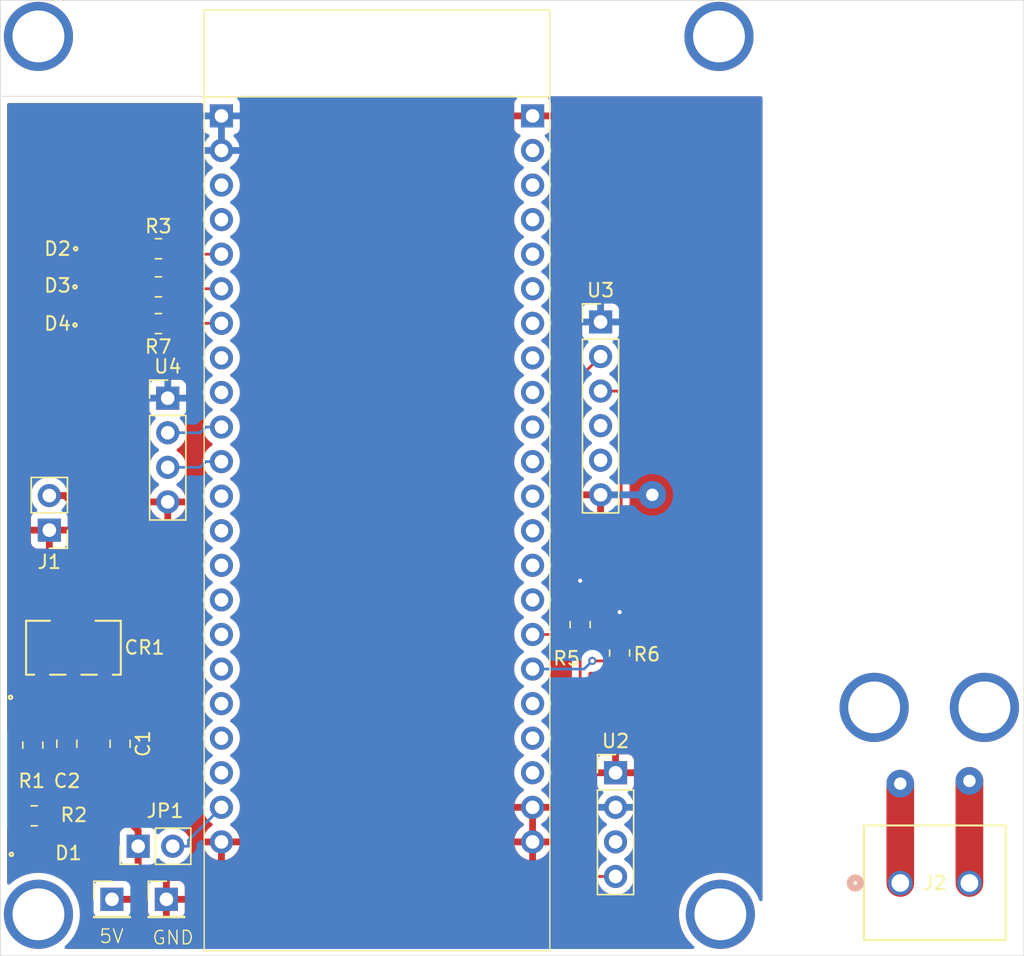
<source format=kicad_pcb>
(kicad_pcb (version 20240108) (generator "pcbnew") (generator_version "8.0")
  (layers (0 "F.Cu" signal) (31 "B.Cu" signal) (34 "B.Paste" user) (35 "F.Paste" user) (36 "B.SilkS" user "B.Silkscreen") (37 "F.SilkS" user "F.Silkscreen") (38 "B.Mask" user) (39 "F.Mask" user) (44 "Edge.Cuts" user))
  (net 0 "")
  (net 1 "GND")
  (net 2 "/Pwr")
  (net 3 "Net-(CR1-VOUT)")
  (net 4 "Net-(D1-A)")
  (net 5 "Net-(D2-A)")
  (net 6 "Net-(D3-A)")
  (net 7 "Net-(D4-A)")
  (net 8 "+5V")
  (net 9 "Net-(R3-Pad2)")
  (net 10 "Net-(R4-Pad2)")
  (net 11 "/ESP3V3")
  (net 12 "/SDA")
  (net 13 "/SCL")
  (net 14 "Net-(R7-Pad2)")
  (net 47 "/SDL")
  (net 48 "/TX")
  (net 49 "/RX")
  (net 50 "unconnected-(J2-Pin_2-Pad2)")
  (net 51 "unconnected-(J2-Pin_1-Pad1)")
  (footprint "Resistor_SMD:R_0805_2012Metric" (layer "F.Cu") (at 34.288 90.7668 180)
    (property "Reference" "R2" (at -2.912 0.0668 0) (layer "F.SilkS"))
    (property "Value" "5.1k(1%)" (hide yes))
    (fp_line (start -0.227064 0.735) (end 0.227064 0.735) (stroke (width 0.12)) (layer "F.SilkS"))
    (fp_line (start -0.227064 -0.735) (end 0.227064 -0.735) (stroke (width 0.12)) (layer "F.SilkS"))
    (pad "1" smd roundrect (at -0.9125 0 180) (size 1.025 1.4) (layers "F.Cu" "F.Paste" "F.Mask") (roundrect_rratio 0.243902) (net 4 "Net-(D1-A)"))
    (pad "2" smd roundrect (at 0.9125 0 180) (size 1.025 1.4) (layers "F.Cu" "F.Paste" "F.Mask") (roundrect_rratio 0.243902) (net 3 "Net-(CR1-VOUT)"))
  )
  (footprint "Connector_PinHeader_2.54mm:PinHeader_1x06_P2.54mm_Vertical" (layer "F.Cu") (at 75.9 54.48)
    (property "Reference" "U3" (at 0 -2.33 0) (layer "F.SilkS"))
    (property "Value" "~" (hide yes))
    (fp_line (start -1.33 -1.33) (end 0 -1.33) (stroke (width 0.12)) (layer "F.SilkS"))
    (fp_line (start -1.33 0) (end -1.33 -1.33) (stroke (width 0.12)) (layer "F.SilkS"))
    (fp_line (start -1.33 1.27) (end -1.33 14.03) (stroke (width 0.12)) (layer "F.SilkS"))
    (fp_line (start -1.33 1.27) (end 1.33 1.27) (stroke (width 0.12)) (layer "F.SilkS"))
    (fp_line (start -1.33 14.03) (end 1.33 14.03) (stroke (width 0.12)) (layer "F.SilkS"))
    (fp_line (start 1.33 1.27) (end 1.33 14.03) (stroke (width 0.12)) (layer "F.SilkS"))
    (pad "1" thru_hole rect (at 0 0) (size 1.7 1.7) (drill 1) (layers "*.Cu" "*.Mask") (net 11 "/ESP3V3"))
    (pad "2" thru_hole oval (at 0 2.54) (size 1.7 1.7) (drill 1) (layers "*.Cu" "*.Mask") (net 12 "/SDA"))
    (pad "3" thru_hole oval (at 0 5.08) (size 1.7 1.7) (drill 1) (layers "*.Cu" "*.Mask") (net 13 "/SCL"))
    (pad "4" thru_hole oval (at 0 7.62) (size 1.7 1.7) (drill 1) (layers "*.Cu" "*.Mask"))
    (pad "5" thru_hole oval (at 0 10.16) (size 1.7 1.7) (drill 1) (layers "*.Cu" "*.Mask"))
    (pad "6" thru_hole oval (at 0 12.7) (size 1.7 1.7) (drill 1) (layers "*.Cu" "*.Mask") (net 1 "GND"))
  )
  (footprint "mesFootprint:LED_LTST-C_LTO" (layer "F.Cu") (at 39 49.1)
    (property "Reference" "D2" (at -3 0 0) (layer "F.SilkS"))
    (property "Value" "LED" (hide yes))
    (fp_circle (center -1.6644 0) (end -1.5374 0) (stroke (width 0.1524)) (fill none) (layer "F.SilkS"))
    (pad "1" smd rect (at -0.750001 0) (size 0.8128 0.8128) (layers "F.Cu" "F.Paste" "F.Mask") (net 1 "GND"))
    (pad "2" smd rect (at 0.750001 0) (size 0.8128 0.8128) (layers "F.Cu" "F.Paste" "F.Mask") (net 5 "Net-(D2-A)"))
  )
  (footprint "Resistor_SMD:R_0805_2012Metric" (layer "F.Cu") (at 43.4125 49.1)
    (property "Reference" "R3" (at 0 -1.65 0) (layer "F.SilkS"))
    (property "Value" "5.1k(1%)" (hide yes))
    (fp_line (start -0.227064 -0.735) (end 0.227064 -0.735) (stroke (width 0.12)) (layer "F.SilkS"))
    (fp_line (start -0.227064 0.735) (end 0.227064 0.735) (stroke (width 0.12)) (layer "F.SilkS"))
    (pad "1" smd roundrect (at -0.9125 0) (size 1.025 1.4) (layers "F.Cu" "F.Paste" "F.Mask") (roundrect_rratio 0.243902) (net 5 "Net-(D2-A)"))
    (pad "2" smd roundrect (at 0.9125 0) (size 1.025 1.4) (layers "F.Cu" "F.Paste" "F.Mask") (roundrect_rratio 0.243902) (net 9 "Net-(R3-Pad2)"))
  )
  (footprint "Connector_PinHeader_2.54mm:PinHeader_1x01_P2.54mm_Vertical" (layer "F.Cu") (at 44 96.9)
    (property "Reference" "TP2" (hide yes))
    (property "Value" "TestPoint" (hide yes))
    (fp_line (start -1.33 -1.33) (end 0 -1.33) (stroke (width 0.12)) (layer "F.SilkS"))
    (fp_line (start -1.33 0) (end -1.33 -1.33) (stroke (width 0.12)) (layer "F.SilkS"))
    (fp_line (start -1.33 1.27) (end -1.33 1.33) (stroke (width 0.12)) (layer "F.SilkS"))
    (fp_line (start -1.33 1.27) (end 1.33 1.27) (stroke (width 0.12)) (layer "F.SilkS"))
    (fp_line (start -1.33 1.33) (end 1.33 1.33) (stroke (width 0.12)) (layer "F.SilkS"))
    (fp_line (start 1.33 1.27) (end 1.33 1.33) (stroke (width 0.12)) (layer "F.SilkS"))
    (pad "1" thru_hole rect (at 0 0) (size 1.7 1.7) (drill 1) (layers "*.Cu" "*.Mask") (net 1 "GND"))
  )
  (footprint "mesFootprint:LED_LTST-C_LTO" (layer "F.Cu") (at 38.95 54.7)
    (property "Reference" "D4" (at -2.95 -0.1 0) (layer "F.SilkS"))
    (property "Value" "LED" (hide yes))
    (fp_circle (center -1.6644 0) (end -1.5374 0) (stroke (width 0.1524)) (fill none) (layer "F.SilkS"))
    (pad "1" smd rect (at -0.750001 0) (size 0.8128 0.8128) (layers "F.Cu" "F.Paste" "F.Mask") (net 1 "GND"))
    (pad "2" smd rect (at 0.750001 0) (size 0.8128 0.8128) (layers "F.Cu" "F.Paste" "F.Mask") (net 7 "Net-(D4-A)"))
  )
  (footprint "Connector_PinHeader_2.54mm:PinHeader_1x04_P2.54mm_Vertical" (layer "F.Cu") (at 77 87.6)
    (property "Reference" "U2" (at 0 -2.33 0) (layer "F.SilkS"))
    (property "Value" "Ecran")
    (fp_line (start -1.33 -1.33) (end 0 -1.33) (stroke (width 0.12)) (layer "F.SilkS"))
    (fp_line (start -1.33 0) (end -1.33 -1.33) (stroke (width 0.12)) (layer "F.SilkS"))
    (fp_line (start -1.33 1.27) (end -1.33 8.95) (stroke (width 0.12)) (layer "F.SilkS"))
    (fp_line (start -1.33 1.27) (end 1.33 1.27) (stroke (width 0.12)) (layer "F.SilkS"))
    (fp_line (start -1.33 8.95) (end 1.33 8.95) (stroke (width 0.12)) (layer "F.SilkS"))
    (fp_line (start 1.33 1.27) (end 1.33 8.95) (stroke (width 0.12)) (layer "F.SilkS"))
    (pad "1" thru_hole rect (at 0 0) (size 1.7 1.7) (drill 1) (layers "*.Cu" "*.Mask") (net 1 "GND"))
    (pad "2" thru_hole oval (at 0 2.54) (size 1.7 1.7) (drill 1) (layers "*.Cu" "*.Mask") (net 11 "/ESP3V3"))
    (pad "3" thru_hole oval (at 0 5.08) (size 1.7 1.7) (drill 1) (layers "*.Cu" "*.Mask") (net 47 "/SDL"))
    (pad "4" thru_hole oval (at 0 7.62) (size 1.7 1.7) (drill 1) (layers "*.Cu" "*.Mask") (net 12 "/SDA"))
  )
  (footprint "Resistor_SMD:R_0805_2012Metric" (layer "F.Cu") (at 77.3 78.8 90)
    (property "Reference" "R6" (at -0.1 2 180) (layer "F.SilkS"))
    (property "Value" "1k" (hide yes))
    (fp_line (start -0.227064 -0.735) (end 0.227064 -0.735) (stroke (width 0.12)) (layer "F.SilkS"))
    (fp_line (start -0.227064 0.735) (end 0.227064 0.735) (stroke (width 0.12)) (layer "F.SilkS"))
    (pad "1" smd roundrect (at -0.9125 0 90) (size 1.025 1.4) (layers "F.Cu" "F.Paste" "F.Mask") (roundrect_rratio 0.243902) (net 13 "/SCL"))
    (pad "2" smd roundrect (at 0.9125 0 90) (size 1.025 1.4) (layers "F.Cu" "F.Paste" "F.Mask") (roundrect_rratio 0.243902) (net 11 "/ESP3V3"))
  )
  (footprint "" (layer "F.Cu") (at 96 82.8)
    (property "Reference" "" (at 0 0 0) (layer "F.SilkS") (effects (font (size 1.27 1.27))))
    (property "Value" "")
    (pad "" np_thru_hole circle (at 0 0) (size 5.08 5.08) (drill 3.81) (layers "F&B.Cu" "*.Mask"))
  )
  (footprint "mesFootprint:LED_LTST-C_LTO" (layer "F.Cu") (at 34.2785 93.5938)
    (property "Reference" "D1" (at 2.5215 -0.0938 0) (layer "F.SilkS"))
    (property "Value" "LED" (hide yes))
    (fp_circle (center -1.6644 0) (end -1.5374 0) (stroke (width 0.1524)) (fill none) (layer "F.SilkS"))
    (pad "1" smd rect (at -0.750001 0) (size 0.8128 0.8128) (layers "F.Cu" "F.Paste" "F.Mask") (net 1 "GND"))
    (pad "2" smd rect (at 0.750001 0) (size 0.8128 0.8128) (layers "F.Cu" "F.Paste" "F.Mask") (net 4 "Net-(D1-A)"))
  )
  (footprint "Capacitor_SMD:C_0805_2012Metric_Pad1.18x1.45mm_HandSolder" (layer "F.Cu") (at 40.6 85.4668 -90)
    (property "Reference" "C1" (at 0 -1.68 90) (layer "F.SilkS"))
    (property "Value" "100nF" (hide yes))
    (fp_line (start -0.261252 0.735) (end 0.261252 0.735) (stroke (width 0.12)) (layer "F.SilkS"))
    (fp_line (start -0.261252 -0.735) (end 0.261252 -0.735) (stroke (width 0.12)) (layer "F.SilkS"))
    (pad "1" smd roundrect (at -1.0375 0 270) (size 1.175 1.45) (layers "F.Cu" "F.Paste" "F.Mask") (roundrect_rratio 0.212766) (net 2 "/Pwr"))
    (pad "2" smd roundrect (at 1.0375 0 270) (size 1.175 1.45) (layers "F.Cu" "F.Paste" "F.Mask") (roundrect_rratio 0.212766) (net 1 "GND"))
  )
  (footprint "" (layer "F.Cu") (at 84.7 98)
    (property "Reference" "" (at 0 0 0) (layer "F.SilkS") (effects (font (size 1.27 1.27))))
    (property "Value" "")
    (pad "" np_thru_hole circle (at 0 0) (size 5.08 5.08) (drill 3.81) (layers "F&B.Cu" "*.Mask"))
  )
  (footprint "" (layer "F.Cu") (at 34.6 33.5)
    (property "Reference" "" (at 0 0 0) (layer "F.SilkS") (effects (font (size 1.27 1.27))))
    (property "Value" "")
    (pad "" np_thru_hole circle (at 0 0) (size 5.08 5.08) (drill 3.81) (layers "F&B.Cu" "*.Mask"))
  )
  (footprint "mesFootprint:LED_LTST-C_LTO" (layer "F.Cu") (at 38.95 51.9)
    (property "Reference" "D3" (at -2.95 -0.1 0) (layer "F.SilkS"))
    (property "Value" "LED" (hide yes))
    (fp_circle (center -1.6644 0) (end -1.5374 0) (stroke (width 0.1524)) (fill none) (layer "F.SilkS"))
    (pad "1" smd rect (at -0.750001 0) (size 0.8128 0.8128) (layers "F.Cu" "F.Paste" "F.Mask") (net 1 "GND"))
    (pad "2" smd rect (at 0.750001 0) (size 0.8128 0.8128) (layers "F.Cu" "F.Paste" "F.Mask") (net 6 "Net-(D3-A)"))
  )
  (footprint "" (layer "F.Cu") (at 34.6 98)
    (property "Reference" "" (at 0 0 0) (layer "F.SilkS") (effects (font (size 1.27 1.27))))
    (property "Value" "")
    (pad "" np_thru_hole circle (at 0 0) (size 5.08 5.08) (drill 3.81) (layers "F&B.Cu" "*.Mask"))
  )
  (footprint "maLibrairie2:conn2" (layer "F.Cu") (at 97.92 95.7)
    (property "Reference" "J2" (at 2.54 0 0) (layer "F.SilkS"))
    (property "Value" "BATT")
    (fp_circle (center -3.302 0) (end -2.921 0) (stroke (width 0.508)) (fill none) (layer "B.SilkS"))
    (fp_line (start -2.667 -4.226999) (end -2.667 4.177) (stroke (width 0.1524)) (layer "F.SilkS"))
    (fp_line (start -2.667 4.177) (end 7.747 4.177) (stroke (width 0.1524)) (layer "F.SilkS"))
    (fp_line (start 7.747 -4.226999) (end -2.667 -4.226999) (stroke (width 0.1524)) (layer "F.SilkS"))
    (fp_line (start 7.747 4.177) (end 7.747 -4.226999) (stroke (width 0.1524)) (layer "F.SilkS"))
    (fp_circle (center -3.302 0) (end -2.921 0) (stroke (width 0.508)) (fill none) (layer "F.SilkS"))
    (pad "1" thru_hole circle (at 0 0) (size 1.8034 1.8034) (drill 1.2954) (layers "*.Cu" "*.Mask") (net 51 "unconnected-(J2-Pin_1-Pad1)"))
    (pad "2" thru_hole circle (at 5.08 0) (size 1.8034 1.8034) (drill 1.2954) (layers "*.Cu" "*.Mask") (net 50 "unconnected-(J2-Pin_2-Pad2)"))
  )
  (footprint "Resistor_SMD:R_0805_2012Metric" (layer "F.Cu") (at 34.188 85.5668 90)
    (property "Reference" "R1" (at -2.6332 -0.088 180) (layer "F.SilkS"))
    (property "Value" "120(1%)" (hide yes))
    (fp_line (start -0.227064 -0.735) (end 0.227064 -0.735) (stroke (width 0.12)) (layer "F.SilkS"))
    (fp_line (start -0.227064 0.735) (end 0.227064 0.735) (stroke (width 0.12)) (layer "F.SilkS"))
    (pad "1" smd roundrect (at -0.9125 0 90) (size 1.025 1.4) (layers "F.Cu" "F.Paste" "F.Mask") (roundrect_rratio 0.243902) (net 1 "GND"))
    (pad "2" smd roundrect (at 0.9125 0 90) (size 1.025 1.4) (layers "F.Cu" "F.Paste" "F.Mask") (roundrect_rratio 0.243902) (net 3 "Net-(CR1-VOUT)"))
  )
  (footprint "" (layer "F.Cu") (at 104.1 82.8)
    (property "Reference" "" (at 0 0 0) (layer "F.SilkS") (effects (font (size 1.27 1.27))))
    (property "Value" "")
    (pad "" np_thru_hole circle (at 0 0) (size 5.08 5.08) (drill 3.81) (layers "F&B.Cu" "*.Mask"))
  )
  (footprint "Resistor_SMD:R_0805_2012Metric" (layer "F.Cu") (at 74.4 76.7125 90)
    (property "Reference" "R5" (at -2.4875 -1 180) (layer "F.SilkS"))
    (property "Value" "1k" (hide yes))
    (fp_line (start -0.227064 -0.735) (end 0.227064 -0.735) (stroke (width 0.12)) (layer "F.SilkS"))
    (fp_line (start -0.227064 0.735) (end 0.227064 0.735) (stroke (width 0.12)) (layer "F.SilkS"))
    (pad "1" smd roundrect (at -0.9125 0 90) (size 1.025 1.4) (layers "F.Cu" "F.Paste" "F.Mask") (roundrect_rratio 0.243902) (net 12 "/SDA"))
    (pad "2" smd roundrect (at 0.9125 0 90) (size 1.025 1.4) (layers "F.Cu" "F.Paste" "F.Mask") (roundrect_rratio 0.243902) (net 11 "/ESP3V3"))
  )
  (footprint "maLibrairie2:MY SHIT" (layer "F.Cu") (at 60.575 66.5131)
    (property "Reference" "U1" (hide yes))
    (property "Value" "~" (hide yes))
    (fp_line (start -13.8 -28.57187) (end 11.6 -28.57187) (stroke (width 0.1)) (layer "F.SilkS"))
    (fp_rect (start -13.8 -34.96813) (end 11.6 34.16813) (stroke (width 0.1)) (fill none) (layer "F.SilkS"))
    (pad "1" thru_hole rect (at -12.53 -27.17187) (size 1.7 1.7) (drill 1) (layers "*.Cu" "*.Mask") (net 11 "/ESP3V3"))
    (pad "2" thru_hole oval (at -12.53 -24.63187) (size 1.7 1.7) (drill 1) (layers "*.Cu" "*.Mask") (net 11 "/ESP3V3"))
    (pad "3" thru_hole oval (at -12.53 -22.09187) (size 1.7 1.7) (drill 1) (layers "*.Cu" "*.Mask"))
    (pad "4" thru_hole oval (at -12.53 -19.55187) (size 1.7 1.7) (drill 1) (layers "*.Cu" "*.Mask"))
    (pad "5" thru_hole oval (at -12.53 -17.01187) (size 1.7 1.7) (drill 1) (layers "*.Cu" "*.Mask") (net 9 "Net-(R3-Pad2)"))
    (pad "6" thru_hole oval (at -12.53 -14.47187) (size 1.7 1.7) (drill 1) (layers "*.Cu" "*.Mask") (net 10 "Net-(R4-Pad2)"))
    (pad "7" thru_hole oval (at -12.53 -11.93187) (size 1.7 1.7) (drill 1) (layers "*.Cu" "*.Mask") (net 14 "Net-(R7-Pad2)"))
    (pad "8" thru_hole oval (at -12.53 -9.39187) (size 1.7 1.7) (drill 1) (layers "*.Cu" "*.Mask"))
    (pad "9" thru_hole oval (at -12.53 -6.85187) (size 1.7 1.7) (drill 1) (layers "*.Cu" "*.Mask"))
    (pad "10" thru_hole oval (at -12.53 -4.31187) (size 1.7 1.7) (drill 1) (layers "*.Cu" "*.Mask") (net 49 "/RX"))
    (pad "11" thru_hole oval (at -12.53 -1.77187) (size 1.7 1.7) (drill 1) (layers "*.Cu" "*.Mask") (net 48 "/TX"))
    (pad "12" thru_hole oval (at -12.53 0.76813) (size 1.7 1.7) (drill 1) (layers "*.Cu" "*.Mask"))
    (pad "13" thru_hole oval (at -12.53 3.30813) (size 1.7 1.7) (drill 1) (layers "*.Cu" "*.Mask"))
    (pad "14" thru_hole oval (at -12.53 5.84813) (size 1.7 1.7) (drill 1) (layers "*.Cu" "*.Mask"))
    (pad "15" thru_hole oval (at -12.53 8.38813) (size 1.7 1.7) (drill 1) (layers "*.Cu" "*.Mask"))
    (pad "16" thru_hole oval (at -12.53 10.92813) (size 1.7 1.7) (drill 1) (layers "*.Cu" "*.Mask"))
    (pad "17" thru_hole oval (at -12.53 13.46813) (size 1.7 1.7) (drill 1) (layers "*.Cu" "*.Mask"))
    (pad "18" thru_hole oval (at -12.53 16.00813) (size 1.7 1.7) (drill 1) (layers "*.Cu" "*.Mask"))
    (pad "19" thru_hole oval (at -12.53 18.54813) (size 1.7 1.7) (drill 1) (layers "*.Cu" "*.Mask"))
    (pad "20" thru_hole oval (at -12.53 21.08813) (size 1.7 1.7) (drill 1) (layers "*.Cu" "*.Mask"))
    (pad "21" thru_hole oval (at -12.53 23.62813) (size 1.7 1.7) (drill 1) (layers "*.Cu" "*.Mask") (net 8 "+5V"))
    (pad "22" thru_hole oval (at -12.53 26.16813) (size 1.7 1.7) (drill 1) (layers "*.Cu" "*.Mask") (net 1 "GND"))
    (pad "23" thru_hole oval (at 10.33 26.16813) (size 1.7 1.7) (drill 1) (layers "*.Cu" "*.Mask") (net 1 "GND"))
    (pad "24" thru_hole oval (at 10.33 23.62813) (size 1.7 1.7) (drill 1) (layers "*.Cu" "*.Mask") (net 1 "GND"))
    (pad "25" thru_hole oval (at 10.33 21.08813) (size 1.7 1.7) (drill 1) (layers "*.Cu" "*.Mask"))
    (pad "26" thru_hole oval (at 10.33 18.54813) (size 1.7 1.7) (drill 1) (layers "*.Cu" "*.Mask"))
    (pad "27" thru_hole oval (at 10.33 16.00813) (size 1.7 1.7) (drill 1) (layers "*.Cu" "*.Mask"))
    (pad "28" thru_hole oval (at 10.33 13.46813) (size 1.7 1.7) (drill 1) (layers "*.Cu" "*.Mask") (net 13 "/SCL"))
    (pad "29" thru_hole oval (at 10.33 10.92813) (size 1.7 1.7) (drill 1) (layers "*.Cu" "*.Mask") (net 12 "/SDA"))
    (pad "30" thru_hole oval (at 10.33 8.38813) (size 1.7 1.7) (drill 1) (layers "*.Cu" "*.Mask"))
    (pad "31" thru_hole oval (at 10.33 5.84813) (size 1.7 1.7) (drill 1) (layers "*.Cu" "*.Mask"))
    (pad "32" thru_hole oval (at 10.33 3.30813) (size 1.7 1.7) (drill 1) (layers "*.Cu" "*.Mask"))
    (pad "33" thru_hole oval (at 10.33 0.76813) (size 1.7 1.7) (drill 1) (layers "*.Cu" "*.Mask"))
    (pad "34" thru_hole oval (at 10.33 -1.77187) (size 1.7 1.7) (drill 1) (layers "*.Cu" "*.Mask"))
    (pad "35" thru_hole oval (at 10.33 -4.31187) (size 1.7 1.7) (drill 1) (layers "*.Cu" "*.Mask"))
    (pad "36" thru_hole oval (at 10.33 -6.85187) (size 1.7 1.7) (drill 1) (layers "*.Cu" "*.Mask"))
    (pad "37" thru_hole oval (at 10.33 -9.39187) (size 1.7 1.7) (drill 1) (layers "*.Cu" "*.Mask"))
    (pad "38" thru_hole oval (at 10.33 -11.93187) (size 1.7 1.7) (drill 1) (layers "*.Cu" "*.Mask"))
    (pad "39" thru_hole oval (at 10.33 -14.47187) (size 1.7 1.7) (drill 1) (layers "*.Cu" "*.Mask"))
    (pad "40" thru_hole oval (at 10.33 -17.01187) (size 1.7 1.7) (drill 1) (layers "*.Cu" "*.Mask"))
    (pad "41" thru_hole oval (at 10.33 -19.55187) (size 1.7 1.7) (drill 1) (layers "*.Cu" "*.Mask"))
    (pad "42" thru_hole oval (at 10.33 -22.09187) (size 1.7 1.7) (drill 1) (layers "*.Cu" "*.Mask"))
    (pad "43" thru_hole oval (at 10.33 -24.63187) (size 1.7 1.7) (drill 1) (layers "*.Cu" "*.Mask"))
    (pad "44" thru_hole rect (at 10.33 -27.17187) (size 1.7 1.7) (drill 1) (layers "*.Cu" "*.Mask") (net 1 "GND"))
  )
  (footprint "Connector_PinHeader_2.54mm:PinHeader_1x04_P2.54mm_Vertical" (layer "F.Cu") (at 44.1 60.08)
    (property "Reference" "U4" (at 0 -2.33 0) (layer "F.SilkS"))
    (property "Value" "GPS")
    (fp_line (start -1.33 -1.33) (end 0 -1.33) (stroke (width 0.12)) (layer "F.SilkS"))
    (fp_line (start -1.33 0) (end -1.33 -1.33) (stroke (width 0.12)) (layer "F.SilkS"))
    (fp_line (start -1.33 1.27) (end -1.33 8.95) (stroke (width 0.12)) (layer "F.SilkS"))
    (fp_line (start -1.33 1.27) (end 1.33 1.27) (stroke (width 0.12)) (layer "F.SilkS"))
    (fp_line (start -1.33 8.95) (end 1.33 8.95) (stroke (width 0.12)) (layer "F.SilkS"))
    (fp_line (start 1.33 1.27) (end 1.33 8.95) (stroke (width 0.12)) (layer "F.SilkS"))
    (pad "1" thru_hole rect (at 0 0) (size 1.7 1.7) (drill 1) (layers "*.Cu" "*.Mask") (net 11 "/ESP3V3"))
    (pad "2" thru_hole oval (at 0 2.54) (size 1.7 1.7) (drill 1) (layers "*.Cu" "*.Mask") (net 49 "/RX"))
    (pad "3" thru_hole oval (at 0 5.08) (size 1.7 1.7) (drill 1) (layers "*.Cu" "*.Mask") (net 48 "/TX"))
    (pad "4" thru_hole oval (at 0 7.62) (size 1.7 1.7) (drill 1) (layers "*.Cu" "*.Mask") (net 1 "GND"))
  )
  (footprint "mesFootprint:careguleiciouuuuuuuuu" (layer "F.Cu") (at 37.1715 78.4143)
    (property "Reference" "CR1" (at 5.2285 -0.0143 0) (layer "F.SilkS"))
    (property "Value" "LD1117S33CTR" (hide yes))
    (fp_poly (pts (xy 1.6256 -4.2037) (xy -1.6256 -4.2037) (xy -1.6256 -2.2987) (xy 1.6256 -2.2987)) (fill solid) (layer "F.Cu"))
    (fp_line (start -3.4798 -1.9812) (end -3.4798 1.9812) (stroke (width 0.1524)) (layer "F.SilkS"))
    (fp_line (start -3.4798 1.9812) (end -2.882147 1.9812) (stroke (width 0.1524)) (layer "F.SilkS"))
    (fp_line (start -1.725147 -1.9812) (end -3.4798 -1.9812) (stroke (width 0.1524)) (layer "F.SilkS"))
    (fp_line (start -1.717853 1.9812) (end -0.582147 1.9812) (stroke (width 0.1524)) (layer "F.SilkS"))
    (fp_line (start 0.582147 1.9812) (end 1.717853 1.9812) (stroke (width 0.1524)) (layer "F.SilkS"))
    (fp_line (start 2.882148 1.9812) (end 3.4798 1.9812) (stroke (width 0.1524)) (layer "F.SilkS"))
    (fp_line (start 3.4798 -1.9812) (end 1.6256 -1.9812) (stroke (width 0.1524)) (layer "F.SilkS"))
    (fp_line (start 3.4798 1.9812) (end 3.4798 -1.9812) (stroke (width 0.1524)) (layer "F.SilkS"))
    (fp_circle (center -4.6228 3.6449) (end -4.4958 3.6449) (stroke (width 0.1524)) (fill none) (layer "F.SilkS"))
    (pad "1" smd rect (at -2.3 3.2512) (size 0.9652 1.905) (layers "F.Cu" "F.Paste" "F.Mask") (net 1 "GND"))
    (pad "2" smd rect (at 0 3.2512) (size 0.9652 1.905) (layers "F.Cu" "F.Paste" "F.Mask") (net 3 "Net-(CR1-VOUT)"))
    (pad "3" smd rect (at 2.3 3.2512) (size 0.9652 1.905) (layers "F.Cu" "F.Paste" "F.Mask") (net 2 "/Pwr"))
  )
  (footprint "Connector_PinHeader_2.54mm:PinHeader_1x02_P2.54mm_Vertical" (layer "F.Cu") (at 41.925 93 90)
    (property "Reference" "JP1" (at 2.6 1.975 180) (layer "F.SilkS"))
    (property "Value" "Jumper_2_Open" (hide yes))
    (fp_line (start -1.33 -1.33) (end 0 -1.33) (stroke (width 0.12)) (layer "F.SilkS"))
    (fp_line (start -1.33 0) (end -1.33 -1.33) (stroke (width 0.12)) (layer "F.SilkS"))
    (fp_line (start 1.33 1.27) (end 1.33 3.87) (stroke (width 0.12)) (layer "F.SilkS"))
    (fp_line (start -1.33 1.27) (end 1.33 1.27) (stroke (width 0.12)) (layer "F.SilkS"))
    (fp_line (start -1.33 1.27) (end -1.33 3.87) (stroke (width 0.12)) (layer "F.SilkS"))
    (fp_line (start -1.33 3.87) (end 1.33 3.87) (stroke (width 0.12)) (layer "F.SilkS"))
    (pad "1" thru_hole rect (at 0 0 90) (size 1.7 1.7) (drill 1) (layers "*.Cu" "*.Mask") (net 3 "Net-(CR1-VOUT)"))
    (pad "2" thru_hole oval (at 0 2.54 90) (size 1.7 1.7) (drill 1) (layers "*.Cu" "*.Mask") (net 8 "+5V"))
  )
  (footprint "Resistor_SMD:R_0805_2012Metric" (layer "F.Cu") (at 43.4125 51.9)
    (property "Reference" "R4" (hide yes))
    (property "Value" "5.1k(1%)" (hide yes))
    (fp_line (start -0.227064 -0.735) (end 0.227064 -0.735) (stroke (width 0.12)) (layer "F.SilkS"))
    (fp_line (start -0.227064 0.735) (end 0.227064 0.735) (stroke (width 0.12)) (layer "F.SilkS"))
    (pad "1" smd roundrect (at -0.9125 0) (size 1.025 1.4) (layers "F.Cu" "F.Paste" "F.Mask") (roundrect_rratio 0.243902) (net 6 "Net-(D3-A)"))
    (pad "2" smd roundrect (at 0.9125 0) (size 1.025 1.4) (layers "F.Cu" "F.Paste" "F.Mask") (roundrect_rratio 0.243902) (net 10 "Net-(R4-Pad2)"))
  )
  (footprint "Resistor_SMD:R_0805_2012Metric" (layer "F.Cu") (at 43.4125 54.6)
    (property "Reference" "R7" (at -0.0125 1.7 0) (layer "F.SilkS"))
    (property "Value" "5.1k(1%)" (hide yes))
    (fp_line (start -0.227064 -0.735) (end 0.227064 -0.735) (stroke (width 0.12)) (layer "F.SilkS"))
    (fp_line (start -0.227064 0.735) (end 0.227064 0.735) (stroke (width 0.12)) (layer "F.SilkS"))
    (pad "1" smd roundrect (at -0.9125 0) (size 1.025 1.4) (layers "F.Cu" "F.Paste" "F.Mask") (roundrect_rratio 0.243902) (net 7 "Net-(D4-A)"))
    (pad "2" smd roundrect (at 0.9125 0) (size 1.025 1.4) (layers "F.Cu" "F.Paste" "F.Mask") (roundrect_rratio 0.243902) (net 14 "Net-(R7-Pad2)"))
  )
  (footprint "Capacitor_SMD:C_0805_2012Metric_Pad1.18x1.45mm_HandSolder" (layer "F.Cu") (at 36.688 85.4668 -90)
    (property "Reference" "C2" (at 2.7332 -0.012 180) (layer "F.SilkS"))
    (property "Value" "10uF" (hide yes))
    (fp_line (start -0.261252 0.735) (end 0.261252 0.735) (stroke (width 0.12)) (layer "F.SilkS"))
    (fp_line (start -0.261252 -0.735) (end 0.261252 -0.735) (stroke (width 0.12)) (layer "F.SilkS"))
    (pad "1" smd roundrect (at -1.0375 0 270) (size 1.175 1.45) (layers "F.Cu" "F.Paste" "F.Mask") (roundrect_rratio 0.212766) (net 3 "Net-(CR1-VOUT)"))
    (pad "2" smd roundrect (at 1.0375 0 270) (size 1.175 1.45) (layers "F.Cu" "F.Paste" "F.Mask") (roundrect_rratio 0.212766) (net 1 "GND"))
  )
  (footprint "" (layer "F.Cu") (at 84.6 33.5)
    (property "Reference" "" (at 0 0 0) (layer "F.SilkS") (effects (font (size 1.27 1.27))))
    (property "Value" "")
    (pad "" np_thru_hole circle (at 0 0) (size 5.08 5.08) (drill 3.81) (layers "F&B.Cu" "*.Mask"))
  )
  (footprint "Connector_PinHeader_2.54mm:PinHeader_1x02_P2.54mm_Vertical" (layer "F.Cu") (at 35.4 69.775 180)
    (property "Reference" "J1" (at 0 -2.33 0) (layer "F.SilkS"))
    (property "Value" "PWR" (hide yes))
    (fp_line (start 1.33 1.27) (end 1.33 3.87) (stroke (width 0.12)) (layer "F.SilkS"))
    (fp_line (start -1.33 3.87) (end 1.33 3.87) (stroke (width 0.12)) (layer "F.SilkS"))
    (fp_line (start -1.33 1.27) (end 1.33 1.27) (stroke (width 0.12)) (layer "F.SilkS"))
    (fp_line (start -1.33 1.27) (end -1.33 3.87) (stroke (width 0.12)) (layer "F.SilkS"))
    (fp_line (start -1.33 0) (end -1.33 -1.33) (stroke (width 0.12)) (layer "F.SilkS"))
    (fp_line (start -1.33 -1.33) (end 0 -1.33) (stroke (width 0.12)) (layer "F.SilkS"))
    (pad "1" thru_hole rect (at 0 0 180) (size 1.7 1.7) (drill 1) (layers "*.Cu" "*.Mask") (net 1 "GND"))
    (pad "2" thru_hole oval (at 0 2.54 180) (size 1.7 1.7) (drill 1) (layers "*.Cu" "*.Mask") (net 2 "/Pwr"))
  )
  (footprint "Connector_PinHeader_2.54mm:PinHeader_1x01_P2.54mm_Vertical" (layer "F.Cu") (at 40 96.9)
    (property "Reference" "TP1" (hide yes))
    (property "Value" "TestPoint" (hide yes))
    (fp_line (start -1.33 -1.33) (end 0 -1.33) (stroke (width 0.12)) (layer "F.SilkS"))
    (fp_line (start -1.33 0) (end -1.33 -1.33) (stroke (width 0.12)) (layer "F.SilkS"))
    (fp_line (start -1.33 1.27) (end -1.33 1.33) (stroke (width 0.12)) (layer "F.SilkS"))
    (fp_line (start -1.33 1.27) (end 1.33 1.27) (stroke (width 0.12)) (layer "F.SilkS"))
    (fp_line (start -1.33 1.33) (end 1.33 1.33) (stroke (width 0.12)) (layer "F.SilkS"))
    (fp_line (start 1.33 1.27) (end 1.33 1.33) (stroke (width 0.12)) (layer "F.SilkS"))
    (pad "1" thru_hole rect (at 0 0) (size 1.7 1.7) (drill 1) (layers "*.Cu" "*.Mask") (net 3 "Net-(CR1-VOUT)"))
  )
  (gr_line (start 46.7 37.9) (end 31.9 37.9) (stroke (width 0.05)) (layer "Edge.Cuts"))
  (gr_rect (start 31.8 30.85) (end 107 101.05) (stroke (width 0.05)) (fill none) (layer "Edge.Cuts"))
  (gr_text "GND" (at 42.9 100.3 0) (layer "F.SilkS") (effects (font (size 1 1) (thickness 0.1)) (justify left bottom)))
  (gr_text "5V" (at 39 100.2 0) (layer "F.SilkS") (effects (font (size 1 1) (thickness 0.1)) (justify left bottom)))
  (via (at 79.7 67.18) (size 2.032) (drill 0.9144) (layers "F.Cu" "B.Cu") (net 1))
  (segment (start 79.7 67.18) (end 75.9 67.18) (width 0.508) (layer "B.Cu") (net 1))
  (segment (start 40.6 84.4293) (end 40.6 82.794) (width 0.508) (layer "F.Cu") (net 2))
  (segment (start 35.4 67.235) (end 36.5517 67.235) (width 0.508) (layer "F.Cu") (net 2))
  (segment (start 36.5517 67.235) (end 39.4715 70.1548) (width 0.508) (layer "F.Cu") (net 2))
  (segment (start 39.4715 70.1548) (end 39.4715 81.6655) (width 0.508) (layer "F.Cu") (net 2))
  (segment (start 40.6 82.794) (end 39.4715 81.6655) (width 0.508) (layer "F.Cu") (net 2))
  (segment (start 39.4715 82.9197) (end 39.588 83.0362) (width 0.2) (layer "F.Cu") (net 2))
  (segment (start 36.688 84.4533) (end 36.688 84.4293) (width 0.2) (layer "F.Cu") (net 3))
  (segment (start 37.1715 83.9458) (end 36.688 84.4293) (width 0.2) (layer "F.Cu") (net 3))
  (segment (start 33.4457 84.6543) (end 32.6 85.5) (width 0.508) (layer "F.Cu") (net 3))
  (segment (start 41.925 91.8483) (end 38.9 88.8233) (width 0.508) (layer "F.Cu") (net 3))
  (segment (start 38.1293 84.4293) (end 36.688 84.4293) (width 0.508) (layer "F.Cu") (net 3))
  (segment (start 34.188 84.6543) (end 34.0118 84.6543) (width 0.2) (layer "F.Cu") (net 3))
  (segment (start 32.6 85.5) (end 32.6 89.9913) (width 0.508) (layer "F.Cu") (net 3))
  (segment (start 38.9 85.2) (end 38.1293 84.4293) (width 0.508) (layer "F.Cu") (net 3))
  (segment (start 40 96.9) (end 41.6 96.9) (width 0.508) (layer "F.Cu") (net 3))
  (segment (start 41.925 96.575) (end 41.925 93) (width 0.508) (layer "F.Cu") (net 3))
  (segment (start 36.688 84.4533) (end 34.389 84.4533) (width 0.508) (layer "F.Cu") (net 3))
  (segment (start 37.1715 81.6655) (end 37.1715 83.9458) (width 0.508) (layer "F.Cu") (net 3))
  (segment (start 41.925 93) (end 41.925 91.8483) (width 0.508) (layer "F.Cu") (net 3))
  (segment (start 41.6 96.9) (end 41.925 96.575) (width 0.508) (layer "F.Cu") (net 3))
  (segment (start 38.9 88.8233) (end 38.9 85.2) (width 0.508) (layer "F.Cu") (net 3))
  (segment (start 34.0118 84.6543) (end 33.4457 84.6543) (width 0.508) (layer "F.Cu") (net 3))
  (segment (start 34.389 84.4533) (end 34.188 84.6543) (width 0.2) (layer "F.Cu") (net 3))
  (segment (start 32.6 89.9913) (end 33.3755 90.7668) (width 0.508) (layer "F.Cu") (net 3))
  (segment (start 35.0285 90.9388) (end 35.2005 90.7668) (width 0.2) (layer "F.Cu") (net 4))
  (segment (start 35.0285 93.5938) (end 35.0285 90.9388) (width 0.2) (layer "F.Cu") (net 4))
  (segment (start 42.5 49.1) (end 39.75 49.1) (width 0.2) (layer "F.Cu") (net 5))
  (segment (start 42.5 51.9) (end 39.7 51.9) (width 0.2) (layer "F.Cu") (net 6))
  (segment (start 39.7 54.7) (end 40.4081 54.7) (width 0.2) (layer "F.Cu") (net 7))
  (segment (start 40.5081 54.6) (end 40.4081 54.7) (width 0.2) (layer "F.Cu") (net 7))
  (segment (start 42.5 54.6) (end 40.5081 54.6) (width 0.2) (layer "F.Cu") (net 7))
  (segment (start 44.465 93) (end 45.6167 93) (width 0.2) (layer "B.Cu") (net 8))
  (segment (start 45.6167 92.5695) (end 48.045 90.1412) (width 0.2) (layer "B.Cu") (net 8))
  (segment (start 45.6167 93) (end 45.6167 92.5695) (width 0.2) (layer "B.Cu") (net 8))
  (segment (start 44.7262 49.5012) (end 44.325 49.1) (width 0.2) (layer "F.Cu") (net 9))
  (segment (start 48.045 49.5012) (end 44.7262 49.5012) (width 0.2) (layer "F.Cu") (net 9))
  (segment (start 48.045 49.50123) (end 47.89877 49.50123) (width 0.254) (layer "B.Cu") (net 9))
  (segment (start 47.89877 49.50123) (end 47.5 49.9) (width 0.254) (layer "B.Cu") (net 9))
  (segment (start 48.045 52.0412) (end 44.4662 52.0412) (width 0.2) (layer "F.Cu") (net 10))
  (segment (start 44.4662 52.0412) (end 44.325 51.9) (width 0.2) (layer "F.Cu") (net 10))
  (segment (start 77.3 75.8) (end 77.3 77.8875) (width 0.508) (layer "F.Cu") (net 11))
  (segment (start 74.4 73.4914) (end 74.4 75.8) (width 0.508) (layer "F.Cu") (net 11))
  (via (at 77.3 75.8) (size 0.6) (drill 0.3) (layers "F.Cu" "B.Cu") (net 11))
  (via (at 74.4 73.4914) (size 0.6) (drill 0.3) (layers "F.Cu" "B.Cu") (net 11))
  (segment (start 73.3569 59.5631) (end 73.3569 77.4412) (width 0.2) (layer "F.Cu") (net 12))
  (segment (start 74.4 77.625) (end 74.4 94.7) (width 0.2) (layer "F.Cu") (net 12))
  (segment (start 75.9 57.02) (end 73.3569 59.5631) (width 0.2) (layer "F.Cu") (net 12))
  (segment (start 74.2162 77.4412) (end 74.4 77.625) (width 0.2) (layer "F.Cu") (net 12))
  (segment (start 73.3569 77.4412) (end 74.2162 77.4412) (width 0.2) (layer "F.Cu") (net 12))
  (segment (start 74.92 95.22) (end 77 95.22) (width 0.2) (layer "F.Cu") (net 12))
  (segment (start 70.905 77.4412) (end 73.3569 77.4412) (width 0.2) (layer "F.Cu") (net 12))
  (segment (start 74.4 94.7) (end 74.92 95.22) (width 0.2) (layer "F.Cu") (net 12))
  (segment (start 77.42 68.4263) (end 77.42 59.82) (width 0.2) (layer "F.Cu") (net 13))
  (segment (start 76.2887 79.3825) (end 76.2887 69.5576) (width 0.2) (layer "F.Cu") (net 13))
  (segment (start 76.2887 69.5576) (end 77.42 68.4263) (width 0.2) (layer "F.Cu") (net 13))
  (segment (start 77.3 79.7125) (end 76.6187 79.7125) (width 0.2) (layer "F.Cu") (net 13))
  (segment (start 75.292 79.3825) (end 76.2887 79.3825) (width 0.2) (layer "F.Cu") (net 13))
  (segment (start 77.16 59.56) (end 75.9 59.56) (width 0.2) (layer "F.Cu") (net 13))
  (segment (start 76.6187 79.7125) (end 76.2887 79.3825) (width 0.2) (layer "F.Cu") (net 13))
  (segment (start 77.42 59.82) (end 77.16 59.56) (width 0.2) (layer "F.Cu") (net 13))
  (via (at 75.292 79.3825) (size 0.6) (drill 0.3) (layers "F.Cu" "B.Cu") (net 13))
  (segment (start 70.905 79.9812) (end 74.6933 79.9812) (width 0.2) (layer "B.Cu") (net 13))
  (segment (start 74.6933 79.9812) (end 75.292 79.3825) (width 0.2) (layer "B.Cu") (net 13))
  (segment (start 44.3438 54.5812) (end 44.325 54.6) (width 0.2) (layer "F.Cu") (net 14))
  (segment (start 48.045 54.5812) (end 44.3438 54.5812) (width 0.2) (layer "F.Cu") (net 14))
  (segment (start 46.4745 65.16) (end 46.8933 64.7412) (width 0.2) (layer "B.Cu") (net 48))
  (segment (start 48.045 64.7412) (end 46.8933 64.7412) (width 0.2) (layer "B.Cu") (net 48))
  (segment (start 44.1 65.16) (end 46.4745 65.16) (width 0.2) (layer "B.Cu") (net 48))
  (segment (start 44.1 62.62) (end 46.4745 62.62) (width 0.2) (layer "B.Cu") (net 49))
  (segment (start 46.4745 62.62) (end 46.8933 62.2012) (width 0.2) (layer "B.Cu") (net 49))
  (segment (start 48.045 62.2012) (end 46.8933 62.2012) (width 0.2) (layer "B.Cu") (net 49))
  (segment (start 103 95.7) (end 103 88.2) (width 2.032) (layer "F.Cu") (net 50))
  (via (at 103 88.2) (size 2.032) (drill 0.9144) (layers "F.Cu" "B.Cu") (net 50))
  (segment (start 97.92 95.7) (end 97.92 88.4) (width 2.032) (layer "F.Cu") (net 51))
  (segment (start 97.92 88.4) (end 97.92 90.72) (width 0.2) (layer "F.Cu") (net 51))
  (segment (start 97.92 90.72) (end 98 90.8) (width 0.2) (layer "F.Cu") (net 51))
  (via (at 97.92 88.4) (size 2.032) (drill 0.9144) (layers "F.Cu" "B.Cu") (net 51))
  (zone (net 1) (net_name "GND") (layer "F.Cu") (connect_pads (clearance 0.5)) (min_thickness 0.25) (fill yes (thermal_gap 0.5) (thermal_bridge_width 0.5))
    (polygon (pts (xy 31.8 37.9) (xy 87.8 37.9) (xy 87.8 101) (xy 31.8 101)))
  )
  (zone (net 11) (net_name "/ESP3V3") (layer "B.Cu") (priority 1) (connect_pads (clearance 0.5)) (min_thickness 0.25) (fill yes (thermal_gap 0.5) (thermal_bridge_width 0.5))
    (polygon (pts (xy 31.8 37.9) (xy 87.8 37.9) (xy 87.8 101.1) (xy 31.8 101)))
  )
)
</source>
